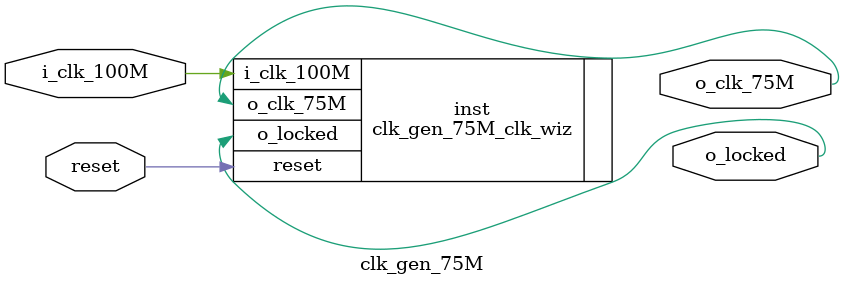
<source format=v>


`timescale 1ps/1ps

(* CORE_GENERATION_INFO = "clk_gen_75M,clk_wiz_v6_0_4_0_0,{component_name=clk_gen_75M,use_phase_alignment=true,use_min_o_jitter=false,use_max_i_jitter=false,use_dyn_phase_shift=false,use_inclk_switchover=false,use_dyn_reconfig=false,enable_axi=0,feedback_source=FDBK_AUTO,PRIMITIVE=MMCM,num_out_clk=1,clkin1_period=10.000,clkin2_period=10.000,use_power_down=false,use_reset=true,use_locked=true,use_inclk_stopped=false,feedback_type=SINGLE,CLOCK_MGR_TYPE=NA,manual_override=false}" *)

module clk_gen_75M 
 (
  // Clock out ports
  output        o_clk_75M,
  // Status and control signals
  input         reset,
  output        o_locked,
 // Clock in ports
  input         i_clk_100M
 );

  clk_gen_75M_clk_wiz inst
  (
  // Clock out ports  
  .o_clk_75M(o_clk_75M),
  // Status and control signals               
  .reset(reset), 
  .o_locked(o_locked),
 // Clock in ports
  .i_clk_100M(i_clk_100M)
  );

endmodule

</source>
